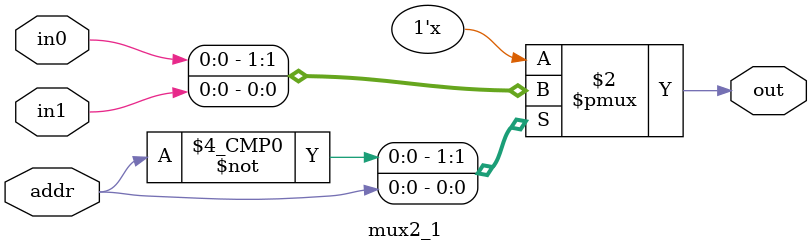
<source format=v>
module mux2_1(in0, in1, addr, out);

input wire in0, in1;

input wire addr;

output reg out;

always @(in0, in1, addr) begin
  case(addr)
    1'd0 : out = in0;
	 1'd1 : out = in1;
  endcase
end

endmodule
</source>
